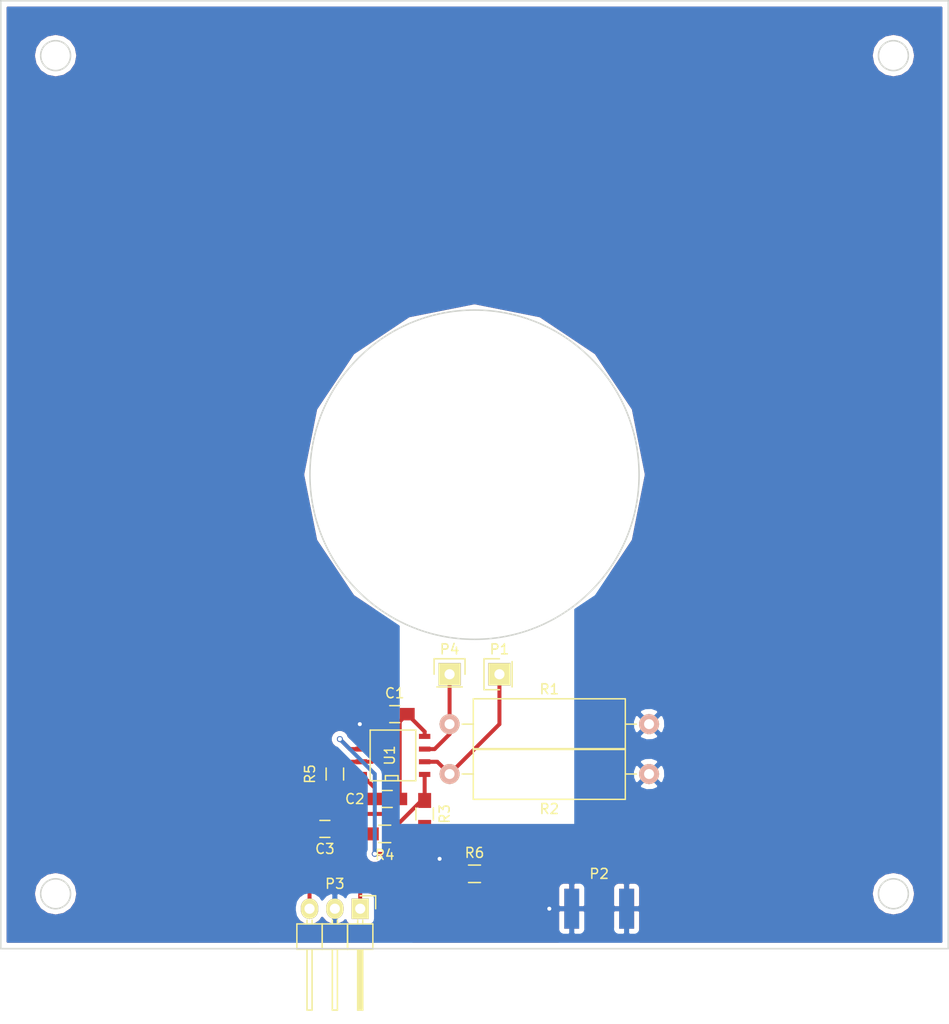
<source format=kicad_pcb>
(kicad_pcb (version 4) (host pcbnew 4.0.2-stable)

  (general
    (links 27)
    (no_connects 0)
    (area 52.424999 52.424999 147.575001 147.575001)
    (thickness 1.6)
    (drawings 13)
    (tracks 61)
    (zones 0)
    (modules 14)
    (nets 10)
  )

  (page A4)
  (layers
    (0 F.Cu signal)
    (31 B.Cu signal)
    (32 B.Adhes user)
    (33 F.Adhes user)
    (34 B.Paste user)
    (35 F.Paste user)
    (36 B.SilkS user)
    (37 F.SilkS user)
    (38 B.Mask user)
    (39 F.Mask user)
    (40 Dwgs.User user)
    (41 Cmts.User user)
    (42 Eco1.User user)
    (43 Eco2.User user)
    (44 Edge.Cuts user)
    (45 Margin user)
    (46 B.CrtYd user)
    (47 F.CrtYd user)
    (48 B.Fab user hide)
    (49 F.Fab user hide)
  )

  (setup
    (last_trace_width 0.25)
    (user_trace_width 0.25)
    (user_trace_width 0.4)
    (user_trace_width 0.5)
    (user_trace_width 0.75)
    (user_trace_width 1)
    (trace_clearance 0.4)
    (zone_clearance 0.508)
    (zone_45_only no)
    (trace_min 0.2)
    (segment_width 0.2)
    (edge_width 0.15)
    (via_size 0.6)
    (via_drill 0.4)
    (via_min_size 0.4)
    (via_min_drill 0.3)
    (uvia_size 0.3)
    (uvia_drill 0.1)
    (uvias_allowed no)
    (uvia_min_size 0.2)
    (uvia_min_drill 0.1)
    (pcb_text_width 0.3)
    (pcb_text_size 1.5 1.5)
    (mod_edge_width 0.15)
    (mod_text_size 1 1)
    (mod_text_width 0.15)
    (pad_size 1.524 1.524)
    (pad_drill 0.762)
    (pad_to_mask_clearance 0.2)
    (aux_axis_origin 0 0)
    (grid_origin 100 130)
    (visible_elements FFFFFF7F)
    (pcbplotparams
      (layerselection 0x00030_80000001)
      (usegerberextensions false)
      (excludeedgelayer true)
      (linewidth 0.100000)
      (plotframeref false)
      (viasonmask false)
      (mode 1)
      (useauxorigin false)
      (hpglpennumber 1)
      (hpglpenspeed 20)
      (hpglpendiameter 15)
      (hpglpenoverlay 2)
      (psnegative false)
      (psa4output false)
      (plotreference true)
      (plotvalue true)
      (plotinvisibletext false)
      (padsonsilk false)
      (subtractmaskfromsilk false)
      (outputformat 1)
      (mirror false)
      (drillshape 1)
      (scaleselection 1)
      (outputdirectory ""))
  )

  (net 0 "")
  (net 1 VDD)
  (net 2 VSS)
  (net 3 "Net-(C2-Pad1)")
  (net 4 "Net-(P1-Pad1)")
  (net 5 "Net-(P2-Pad1)")
  (net 6 GND)
  (net 7 "Net-(R3-Pad2)")
  (net 8 "Net-(P4-Pad1)")
  (net 9 "Net-(R4-Pad2)")

  (net_class Default "This is the default net class."
    (clearance 0.4)
    (trace_width 0.25)
    (via_dia 0.6)
    (via_drill 0.4)
    (uvia_dia 0.3)
    (uvia_drill 0.1)
    (add_net GND)
    (add_net "Net-(C2-Pad1)")
    (add_net "Net-(P1-Pad1)")
    (add_net "Net-(P2-Pad1)")
    (add_net "Net-(P4-Pad1)")
    (add_net "Net-(R3-Pad2)")
    (add_net "Net-(R4-Pad2)")
    (add_net VDD)
    (add_net VSS)
  )

  (module SMA:SMA-edge (layer F.Cu) (tedit 573F116B) (tstamp 573F14F6)
    (at 112.5 145.5 180)
    (path /573F0C4B)
    (fp_text reference P2 (at 0 5.5 180) (layer F.SilkS)
      (effects (font (size 1 1) (thickness 0.15)))
    )
    (fp_text value SMA (at 0 -10.5 180) (layer F.Fab)
      (effects (font (size 1 1) (thickness 0.15)))
    )
    (fp_line (start 2.75 -9.5) (end 2.75 -1.75) (layer F.CrtYd) (width 0.15))
    (fp_line (start -2.75 -9.5) (end 2.75 -9.5) (layer F.CrtYd) (width 0.15))
    (fp_line (start -2.75 -1.75) (end -2.75 -9.5) (layer F.CrtYd) (width 0.15))
    (fp_line (start -3 0) (end 3 0) (layer F.CrtYd) (width 0.15))
    (fp_line (start -3 -1.75) (end -3 0) (layer F.CrtYd) (width 0.15))
    (fp_line (start 3 -1.75) (end -3 -1.75) (layer F.CrtYd) (width 0.15))
    (fp_line (start 3 0) (end 3 -1.75) (layer F.CrtYd) (width 0.15))
    (fp_line (start 3 3.75) (end 3 0) (layer F.CrtYd) (width 0.15))
    (fp_line (start 2.5 3.75) (end 3 3.75) (layer F.CrtYd) (width 0.15))
    (fp_line (start 2.5 0) (end 2.5 3.75) (layer F.CrtYd) (width 0.15))
    (fp_line (start 0.25 0) (end 2.5 0) (layer F.CrtYd) (width 0.15))
    (fp_line (start 0.25 3.75) (end 0.25 0) (layer F.CrtYd) (width 0.15))
    (fp_line (start -0.25 3.75) (end 0.25 3.75) (layer F.CrtYd) (width 0.15))
    (fp_line (start -0.25 0) (end -0.25 3.75) (layer F.CrtYd) (width 0.15))
    (fp_line (start -2.5 0) (end -0.25 0) (layer F.CrtYd) (width 0.15))
    (fp_line (start -2.5 3.75) (end -2.5 0) (layer F.CrtYd) (width 0.15))
    (fp_line (start -3 3.75) (end -2.5 3.75) (layer F.CrtYd) (width 0.15))
    (fp_line (start -3 0) (end -3 3.75) (layer F.CrtYd) (width 0.15))
    (pad 1 smd rect (at 0 2 180) (size 1.4 4) (layers F.Cu F.Paste F.Mask)
      (net 5 "Net-(P2-Pad1)"))
    (pad 2 smd rect (at 2.75 2 180) (size 1.5 4) (layers F.Cu F.Paste F.Mask)
      (net 6 GND))
    (pad 2 smd rect (at -2.75 2 180) (size 1.5 4) (layers F.Cu F.Paste F.Mask)
      (net 6 GND))
    (pad 2 smd rect (at -2.75 2 180) (size 1.5 4) (layers B.Cu F.Paste F.Mask)
      (net 6 GND))
    (pad 2 smd rect (at 2.75 2 180) (size 1.5 4) (layers B.Cu F.Paste F.Mask)
      (net 6 GND))
  )

  (module Capacitors_SMD:C_0805_HandSoldering (layer F.Cu) (tedit 541A9B8D) (tstamp 573F14DB)
    (at 92 124)
    (descr "Capacitor SMD 0805, hand soldering")
    (tags "capacitor 0805")
    (path /573F072B)
    (attr smd)
    (fp_text reference C1 (at 0 -2.1) (layer F.SilkS)
      (effects (font (size 1 1) (thickness 0.15)))
    )
    (fp_text value 100n (at 0 2.1) (layer F.Fab)
      (effects (font (size 1 1) (thickness 0.15)))
    )
    (fp_line (start -2.3 -1) (end 2.3 -1) (layer F.CrtYd) (width 0.05))
    (fp_line (start -2.3 1) (end 2.3 1) (layer F.CrtYd) (width 0.05))
    (fp_line (start -2.3 -1) (end -2.3 1) (layer F.CrtYd) (width 0.05))
    (fp_line (start 2.3 -1) (end 2.3 1) (layer F.CrtYd) (width 0.05))
    (fp_line (start 0.5 -0.85) (end -0.5 -0.85) (layer F.SilkS) (width 0.15))
    (fp_line (start -0.5 0.85) (end 0.5 0.85) (layer F.SilkS) (width 0.15))
    (pad 1 smd rect (at -1.25 0) (size 1.5 1.25) (layers F.Cu F.Paste F.Mask)
      (net 1 VDD))
    (pad 2 smd rect (at 1.25 0) (size 1.5 1.25) (layers F.Cu F.Paste F.Mask)
      (net 2 VSS))
    (model Capacitors_SMD.3dshapes/C_0805_HandSoldering.wrl
      (at (xyz 0 0 0))
      (scale (xyz 1 1 1))
      (rotate (xyz 0 0 0))
    )
  )

  (module Capacitors_SMD:C_0805_HandSoldering (layer F.Cu) (tedit 541A9B8D) (tstamp 573F14E1)
    (at 91.25 132.5)
    (descr "Capacitor SMD 0805, hand soldering")
    (tags "capacitor 0805")
    (path /573F0589)
    (attr smd)
    (fp_text reference C2 (at -3.25 0) (layer F.SilkS)
      (effects (font (size 1 1) (thickness 0.15)))
    )
    (fp_text value 100n (at 0 2.1) (layer F.Fab)
      (effects (font (size 1 1) (thickness 0.15)))
    )
    (fp_line (start -2.3 -1) (end 2.3 -1) (layer F.CrtYd) (width 0.05))
    (fp_line (start -2.3 1) (end 2.3 1) (layer F.CrtYd) (width 0.05))
    (fp_line (start -2.3 -1) (end -2.3 1) (layer F.CrtYd) (width 0.05))
    (fp_line (start 2.3 -1) (end 2.3 1) (layer F.CrtYd) (width 0.05))
    (fp_line (start 0.5 -0.85) (end -0.5 -0.85) (layer F.SilkS) (width 0.15))
    (fp_line (start -0.5 0.85) (end 0.5 0.85) (layer F.SilkS) (width 0.15))
    (pad 1 smd rect (at -1.25 0) (size 1.5 1.25) (layers F.Cu F.Paste F.Mask)
      (net 3 "Net-(C2-Pad1)"))
    (pad 2 smd rect (at 1.25 0) (size 1.5 1.25) (layers F.Cu F.Paste F.Mask)
      (net 2 VSS))
    (model Capacitors_SMD.3dshapes/C_0805_HandSoldering.wrl
      (at (xyz 0 0 0))
      (scale (xyz 1 1 1))
      (rotate (xyz 0 0 0))
    )
  )

  (module Capacitors_SMD:C_0805_HandSoldering (layer F.Cu) (tedit 541A9B8D) (tstamp 573F14E7)
    (at 85 135.5)
    (descr "Capacitor SMD 0805, hand soldering")
    (tags "capacitor 0805")
    (path /573F14C7)
    (attr smd)
    (fp_text reference C3 (at 0 2) (layer F.SilkS)
      (effects (font (size 1 1) (thickness 0.15)))
    )
    (fp_text value 1u (at 0 2.1) (layer F.Fab)
      (effects (font (size 1 1) (thickness 0.15)))
    )
    (fp_line (start -2.3 -1) (end 2.3 -1) (layer F.CrtYd) (width 0.05))
    (fp_line (start -2.3 1) (end 2.3 1) (layer F.CrtYd) (width 0.05))
    (fp_line (start -2.3 -1) (end -2.3 1) (layer F.CrtYd) (width 0.05))
    (fp_line (start 2.3 -1) (end 2.3 1) (layer F.CrtYd) (width 0.05))
    (fp_line (start 0.5 -0.85) (end -0.5 -0.85) (layer F.SilkS) (width 0.15))
    (fp_line (start -0.5 0.85) (end 0.5 0.85) (layer F.SilkS) (width 0.15))
    (pad 1 smd rect (at -1.25 0) (size 1.5 1.25) (layers F.Cu F.Paste F.Mask)
      (net 1 VDD))
    (pad 2 smd rect (at 1.25 0) (size 1.5 1.25) (layers F.Cu F.Paste F.Mask)
      (net 2 VSS))
    (model Capacitors_SMD.3dshapes/C_0805_HandSoldering.wrl
      (at (xyz 0 0 0))
      (scale (xyz 1 1 1))
      (rotate (xyz 0 0 0))
    )
  )

  (module Pin_Headers:Pin_Header_Angled_1x03 (layer F.Cu) (tedit 0) (tstamp 573F14FD)
    (at 88.54 143.5 270)
    (descr "Through hole pin header")
    (tags "pin header")
    (path /573F0CDE)
    (fp_text reference P3 (at -2.5 2.54 360) (layer F.SilkS)
      (effects (font (size 1 1) (thickness 0.15)))
    )
    (fp_text value CONN_01X03 (at 0 -3.1 270) (layer F.Fab)
      (effects (font (size 1 1) (thickness 0.15)))
    )
    (fp_line (start -1.5 -1.75) (end -1.5 6.85) (layer F.CrtYd) (width 0.05))
    (fp_line (start 10.65 -1.75) (end 10.65 6.85) (layer F.CrtYd) (width 0.05))
    (fp_line (start -1.5 -1.75) (end 10.65 -1.75) (layer F.CrtYd) (width 0.05))
    (fp_line (start -1.5 6.85) (end 10.65 6.85) (layer F.CrtYd) (width 0.05))
    (fp_line (start -1.3 -1.55) (end -1.3 0) (layer F.SilkS) (width 0.15))
    (fp_line (start 0 -1.55) (end -1.3 -1.55) (layer F.SilkS) (width 0.15))
    (fp_line (start 4.191 -0.127) (end 10.033 -0.127) (layer F.SilkS) (width 0.15))
    (fp_line (start 10.033 -0.127) (end 10.033 0.127) (layer F.SilkS) (width 0.15))
    (fp_line (start 10.033 0.127) (end 4.191 0.127) (layer F.SilkS) (width 0.15))
    (fp_line (start 4.191 0.127) (end 4.191 0) (layer F.SilkS) (width 0.15))
    (fp_line (start 4.191 0) (end 10.033 0) (layer F.SilkS) (width 0.15))
    (fp_line (start 1.524 -0.254) (end 1.143 -0.254) (layer F.SilkS) (width 0.15))
    (fp_line (start 1.524 0.254) (end 1.143 0.254) (layer F.SilkS) (width 0.15))
    (fp_line (start 1.524 2.286) (end 1.143 2.286) (layer F.SilkS) (width 0.15))
    (fp_line (start 1.524 2.794) (end 1.143 2.794) (layer F.SilkS) (width 0.15))
    (fp_line (start 1.524 4.826) (end 1.143 4.826) (layer F.SilkS) (width 0.15))
    (fp_line (start 1.524 5.334) (end 1.143 5.334) (layer F.SilkS) (width 0.15))
    (fp_line (start 4.064 1.27) (end 4.064 -1.27) (layer F.SilkS) (width 0.15))
    (fp_line (start 10.16 0.254) (end 4.064 0.254) (layer F.SilkS) (width 0.15))
    (fp_line (start 10.16 -0.254) (end 10.16 0.254) (layer F.SilkS) (width 0.15))
    (fp_line (start 4.064 -0.254) (end 10.16 -0.254) (layer F.SilkS) (width 0.15))
    (fp_line (start 1.524 1.27) (end 4.064 1.27) (layer F.SilkS) (width 0.15))
    (fp_line (start 1.524 -1.27) (end 1.524 1.27) (layer F.SilkS) (width 0.15))
    (fp_line (start 1.524 -1.27) (end 4.064 -1.27) (layer F.SilkS) (width 0.15))
    (fp_line (start 1.524 3.81) (end 4.064 3.81) (layer F.SilkS) (width 0.15))
    (fp_line (start 1.524 3.81) (end 1.524 6.35) (layer F.SilkS) (width 0.15))
    (fp_line (start 4.064 4.826) (end 10.16 4.826) (layer F.SilkS) (width 0.15))
    (fp_line (start 10.16 4.826) (end 10.16 5.334) (layer F.SilkS) (width 0.15))
    (fp_line (start 10.16 5.334) (end 4.064 5.334) (layer F.SilkS) (width 0.15))
    (fp_line (start 4.064 6.35) (end 4.064 3.81) (layer F.SilkS) (width 0.15))
    (fp_line (start 4.064 3.81) (end 4.064 1.27) (layer F.SilkS) (width 0.15))
    (fp_line (start 10.16 2.794) (end 4.064 2.794) (layer F.SilkS) (width 0.15))
    (fp_line (start 10.16 2.286) (end 10.16 2.794) (layer F.SilkS) (width 0.15))
    (fp_line (start 4.064 2.286) (end 10.16 2.286) (layer F.SilkS) (width 0.15))
    (fp_line (start 1.524 3.81) (end 4.064 3.81) (layer F.SilkS) (width 0.15))
    (fp_line (start 1.524 1.27) (end 1.524 3.81) (layer F.SilkS) (width 0.15))
    (fp_line (start 1.524 1.27) (end 4.064 1.27) (layer F.SilkS) (width 0.15))
    (fp_line (start 1.524 6.35) (end 4.064 6.35) (layer F.SilkS) (width 0.15))
    (pad 1 thru_hole rect (at 0 0 270) (size 2.032 1.7272) (drill 1.016) (layers *.Cu *.Mask F.SilkS)
      (net 2 VSS))
    (pad 2 thru_hole oval (at 0 2.54 270) (size 2.032 1.7272) (drill 1.016) (layers *.Cu *.Mask F.SilkS)
      (net 6 GND))
    (pad 3 thru_hole oval (at 0 5.08 270) (size 2.032 1.7272) (drill 1.016) (layers *.Cu *.Mask F.SilkS)
      (net 1 VDD))
    (model Pin_Headers.3dshapes/Pin_Header_Angled_1x03.wrl
      (at (xyz 0 -0.1 0))
      (scale (xyz 1 1 1))
      (rotate (xyz 0 0 90))
    )
  )

  (module Resistors_ThroughHole:Resistor_Horizontal_RM20mm (layer F.Cu) (tedit 569FCECB) (tstamp 573F1503)
    (at 117.5 125 180)
    (descr "Resistor, Axial, RM 20mm,")
    (tags "Resistor Axial RM 20mm")
    (path /573F02E7)
    (fp_text reference R1 (at 10 3.5 180) (layer F.SilkS)
      (effects (font (size 1 1) (thickness 0.15)))
    )
    (fp_text value 100M (at 10 5.00126 180) (layer F.Fab)
      (effects (font (size 1 1) (thickness 0.15)))
    )
    (fp_line (start -1.25 2.8) (end -1.25 -2.8) (layer F.CrtYd) (width 0.05))
    (fp_line (start -1.25 -2.8) (end 21.25 -2.8) (layer F.CrtYd) (width 0.05))
    (fp_line (start 21.25 -2.8) (end 21.25 2.8) (layer F.CrtYd) (width 0.05))
    (fp_line (start 21.25 2.8) (end -1.25 2.8) (layer F.CrtYd) (width 0.05))
    (fp_line (start 2.38 -2.54) (end 2.38 2.54) (layer F.SilkS) (width 0.15))
    (fp_line (start 2.38 2.54) (end 17.62 2.54) (layer F.SilkS) (width 0.15))
    (fp_line (start 17.62 2.54) (end 17.62 0) (layer F.SilkS) (width 0.15))
    (fp_line (start 17.62 0) (end 17.62 -2.54) (layer F.SilkS) (width 0.15))
    (fp_line (start 17.62 -2.54) (end 2.38 -2.54) (layer F.SilkS) (width 0.15))
    (fp_line (start 18.73 0) (end 17.62 0) (layer F.SilkS) (width 0.15))
    (fp_line (start 1.27 0) (end 2.38 0) (layer F.SilkS) (width 0.15))
    (pad 1 thru_hole circle (at 0 0 180) (size 1.99898 1.99898) (drill 1.00076) (layers *.Cu *.SilkS *.Mask)
      (net 6 GND))
    (pad 2 thru_hole circle (at 20 0 180) (size 1.99898 1.99898) (drill 1.00076) (layers *.Cu *.SilkS *.Mask)
      (net 8 "Net-(P4-Pad1)"))
    (model Resistors_ThroughHole.3dshapes/Resistor_Horizontal_RM20mm.wrl
      (at (xyz 0.395 0 0))
      (scale (xyz 0.395 0.4 0.4))
      (rotate (xyz 0 0 0))
    )
  )

  (module Resistors_ThroughHole:Resistor_Horizontal_RM20mm (layer F.Cu) (tedit 569FCECB) (tstamp 573F1509)
    (at 117.5 130 180)
    (descr "Resistor, Axial, RM 20mm,")
    (tags "Resistor Axial RM 20mm")
    (path /573F0365)
    (fp_text reference R2 (at 10 -3.5 180) (layer F.SilkS)
      (effects (font (size 1 1) (thickness 0.15)))
    )
    (fp_text value 100M (at 10 5.00126 180) (layer F.Fab)
      (effects (font (size 1 1) (thickness 0.15)))
    )
    (fp_line (start -1.25 2.8) (end -1.25 -2.8) (layer F.CrtYd) (width 0.05))
    (fp_line (start -1.25 -2.8) (end 21.25 -2.8) (layer F.CrtYd) (width 0.05))
    (fp_line (start 21.25 -2.8) (end 21.25 2.8) (layer F.CrtYd) (width 0.05))
    (fp_line (start 21.25 2.8) (end -1.25 2.8) (layer F.CrtYd) (width 0.05))
    (fp_line (start 2.38 -2.54) (end 2.38 2.54) (layer F.SilkS) (width 0.15))
    (fp_line (start 2.38 2.54) (end 17.62 2.54) (layer F.SilkS) (width 0.15))
    (fp_line (start 17.62 2.54) (end 17.62 0) (layer F.SilkS) (width 0.15))
    (fp_line (start 17.62 0) (end 17.62 -2.54) (layer F.SilkS) (width 0.15))
    (fp_line (start 17.62 -2.54) (end 2.38 -2.54) (layer F.SilkS) (width 0.15))
    (fp_line (start 18.73 0) (end 17.62 0) (layer F.SilkS) (width 0.15))
    (fp_line (start 1.27 0) (end 2.38 0) (layer F.SilkS) (width 0.15))
    (pad 1 thru_hole circle (at 0 0 180) (size 1.99898 1.99898) (drill 1.00076) (layers *.Cu *.SilkS *.Mask)
      (net 6 GND))
    (pad 2 thru_hole circle (at 20 0 180) (size 1.99898 1.99898) (drill 1.00076) (layers *.Cu *.SilkS *.Mask)
      (net 4 "Net-(P1-Pad1)"))
    (model Resistors_ThroughHole.3dshapes/Resistor_Horizontal_RM20mm.wrl
      (at (xyz 0.395 0 0))
      (scale (xyz 0.395 0.4 0.4))
      (rotate (xyz 0 0 0))
    )
  )

  (module Resistors_SMD:R_0805_HandSoldering (layer F.Cu) (tedit 54189DEE) (tstamp 573F150F)
    (at 95 134 90)
    (descr "Resistor SMD 0805, hand soldering")
    (tags "resistor 0805")
    (path /573F0A05)
    (attr smd)
    (fp_text reference R3 (at 0 2 90) (layer F.SilkS)
      (effects (font (size 1 1) (thickness 0.15)))
    )
    (fp_text value 1k (at 0 2.1 90) (layer F.Fab)
      (effects (font (size 1 1) (thickness 0.15)))
    )
    (fp_line (start -2.4 -1) (end 2.4 -1) (layer F.CrtYd) (width 0.05))
    (fp_line (start -2.4 1) (end 2.4 1) (layer F.CrtYd) (width 0.05))
    (fp_line (start -2.4 -1) (end -2.4 1) (layer F.CrtYd) (width 0.05))
    (fp_line (start 2.4 -1) (end 2.4 1) (layer F.CrtYd) (width 0.05))
    (fp_line (start 0.6 0.875) (end -0.6 0.875) (layer F.SilkS) (width 0.15))
    (fp_line (start -0.6 -0.875) (end 0.6 -0.875) (layer F.SilkS) (width 0.15))
    (pad 1 smd rect (at -1.35 0 90) (size 1.5 1.3) (layers F.Cu F.Paste F.Mask)
      (net 6 GND))
    (pad 2 smd rect (at 1.35 0 90) (size 1.5 1.3) (layers F.Cu F.Paste F.Mask)
      (net 7 "Net-(R3-Pad2)"))
    (model Resistors_SMD.3dshapes/R_0805_HandSoldering.wrl
      (at (xyz 0 0 0))
      (scale (xyz 1 1 1))
      (rotate (xyz 0 0 0))
    )
  )

  (module Resistors_SMD:R_0805_HandSoldering (layer F.Cu) (tedit 54189DEE) (tstamp 573F1515)
    (at 91 136 180)
    (descr "Resistor SMD 0805, hand soldering")
    (tags "resistor 0805")
    (path /573F0A79)
    (attr smd)
    (fp_text reference R4 (at 0 -2.1 180) (layer F.SilkS)
      (effects (font (size 1 1) (thickness 0.15)))
    )
    (fp_text value 100k (at 0 2.1 180) (layer F.Fab)
      (effects (font (size 1 1) (thickness 0.15)))
    )
    (fp_line (start -2.4 -1) (end 2.4 -1) (layer F.CrtYd) (width 0.05))
    (fp_line (start -2.4 1) (end 2.4 1) (layer F.CrtYd) (width 0.05))
    (fp_line (start -2.4 -1) (end -2.4 1) (layer F.CrtYd) (width 0.05))
    (fp_line (start 2.4 -1) (end 2.4 1) (layer F.CrtYd) (width 0.05))
    (fp_line (start 0.6 0.875) (end -0.6 0.875) (layer F.SilkS) (width 0.15))
    (fp_line (start -0.6 -0.875) (end 0.6 -0.875) (layer F.SilkS) (width 0.15))
    (pad 1 smd rect (at -1.35 0 180) (size 1.5 1.3) (layers F.Cu F.Paste F.Mask)
      (net 7 "Net-(R3-Pad2)"))
    (pad 2 smd rect (at 1.35 0 180) (size 1.5 1.3) (layers F.Cu F.Paste F.Mask)
      (net 9 "Net-(R4-Pad2)"))
    (model Resistors_SMD.3dshapes/R_0805_HandSoldering.wrl
      (at (xyz 0 0 0))
      (scale (xyz 1 1 1))
      (rotate (xyz 0 0 0))
    )
  )

  (module Resistors_SMD:R_0805_HandSoldering (layer F.Cu) (tedit 54189DEE) (tstamp 573F151B)
    (at 86 130 270)
    (descr "Resistor SMD 0805, hand soldering")
    (tags "resistor 0805")
    (path /573F0522)
    (attr smd)
    (fp_text reference R5 (at 0 2.5 270) (layer F.SilkS)
      (effects (font (size 1 1) (thickness 0.15)))
    )
    (fp_text value 100k (at 0 2.1 270) (layer F.Fab)
      (effects (font (size 1 1) (thickness 0.15)))
    )
    (fp_line (start -2.4 -1) (end 2.4 -1) (layer F.CrtYd) (width 0.05))
    (fp_line (start -2.4 1) (end 2.4 1) (layer F.CrtYd) (width 0.05))
    (fp_line (start -2.4 -1) (end -2.4 1) (layer F.CrtYd) (width 0.05))
    (fp_line (start 2.4 -1) (end 2.4 1) (layer F.CrtYd) (width 0.05))
    (fp_line (start 0.6 0.875) (end -0.6 0.875) (layer F.SilkS) (width 0.15))
    (fp_line (start -0.6 -0.875) (end 0.6 -0.875) (layer F.SilkS) (width 0.15))
    (pad 1 smd rect (at -1.35 0 270) (size 1.5 1.3) (layers F.Cu F.Paste F.Mask)
      (net 1 VDD))
    (pad 2 smd rect (at 1.35 0 270) (size 1.5 1.3) (layers F.Cu F.Paste F.Mask)
      (net 3 "Net-(C2-Pad1)"))
    (model Resistors_SMD.3dshapes/R_0805_HandSoldering.wrl
      (at (xyz 0 0 0))
      (scale (xyz 1 1 1))
      (rotate (xyz 0 0 0))
    )
  )

  (module SMD_Packages:SOIC-8-N (layer F.Cu) (tedit 0) (tstamp 573F1527)
    (at 91.825 128.135 90)
    (descr "Module Narrow CMS SOJ 8 pins large")
    (tags "CMS SOJ")
    (path /573F01B3)
    (attr smd)
    (fp_text reference U1 (at 0 -0.325 90) (layer F.SilkS)
      (effects (font (size 1 1) (thickness 0.15)))
    )
    (fp_text value MCP6N11 (at 0 1.27 90) (layer F.Fab)
      (effects (font (size 1 1) (thickness 0.15)))
    )
    (fp_line (start -2.54 -2.286) (end 2.54 -2.286) (layer F.SilkS) (width 0.15))
    (fp_line (start 2.54 -2.286) (end 2.54 2.286) (layer F.SilkS) (width 0.15))
    (fp_line (start 2.54 2.286) (end -2.54 2.286) (layer F.SilkS) (width 0.15))
    (fp_line (start -2.54 2.286) (end -2.54 -2.286) (layer F.SilkS) (width 0.15))
    (fp_line (start -2.54 -0.762) (end -2.032 -0.762) (layer F.SilkS) (width 0.15))
    (fp_line (start -2.032 -0.762) (end -2.032 0.508) (layer F.SilkS) (width 0.15))
    (fp_line (start -2.032 0.508) (end -2.54 0.508) (layer F.SilkS) (width 0.15))
    (pad 8 smd rect (at -1.905 -3.175 90) (size 0.508 1.143) (layers F.Cu F.Paste F.Mask)
      (net 3 "Net-(C2-Pad1)"))
    (pad 7 smd rect (at -0.635 -3.175 90) (size 0.508 1.143) (layers F.Cu F.Paste F.Mask)
      (net 1 VDD))
    (pad 6 smd rect (at 0.635 -3.175 90) (size 0.508 1.143) (layers F.Cu F.Paste F.Mask)
      (net 9 "Net-(R4-Pad2)"))
    (pad 5 smd rect (at 1.905 -3.175 90) (size 0.508 1.143) (layers F.Cu F.Paste F.Mask)
      (net 6 GND))
    (pad 4 smd rect (at 1.905 3.175 90) (size 0.508 1.143) (layers F.Cu F.Paste F.Mask)
      (net 2 VSS))
    (pad 3 smd rect (at 0.635 3.175 90) (size 0.508 1.143) (layers F.Cu F.Paste F.Mask)
      (net 8 "Net-(P4-Pad1)"))
    (pad 2 smd rect (at -0.635 3.175 90) (size 0.508 1.143) (layers F.Cu F.Paste F.Mask)
      (net 4 "Net-(P1-Pad1)"))
    (pad 1 smd rect (at -1.905 3.175 90) (size 0.508 1.143) (layers F.Cu F.Paste F.Mask)
      (net 7 "Net-(R3-Pad2)"))
    (model SMD_Packages.3dshapes/SOIC-8-N.wrl
      (at (xyz 0 0 0))
      (scale (xyz 0.5 0.38 0.5))
      (rotate (xyz 0 0 0))
    )
  )

  (module Pin_Headers:Pin_Header_Straight_1x01 (layer F.Cu) (tedit 54EA08DC) (tstamp 573F1EEC)
    (at 102.5 120 90)
    (descr "Through hole pin header")
    (tags "pin header")
    (path /573F26A7)
    (fp_text reference P1 (at 2.5 0 180) (layer F.SilkS)
      (effects (font (size 1 1) (thickness 0.15)))
    )
    (fp_text value CONN_01X01 (at 0 -3.1 90) (layer F.Fab)
      (effects (font (size 1 1) (thickness 0.15)))
    )
    (fp_line (start 1.55 -1.55) (end 1.55 0) (layer F.SilkS) (width 0.15))
    (fp_line (start -1.75 -1.75) (end -1.75 1.75) (layer F.CrtYd) (width 0.05))
    (fp_line (start 1.75 -1.75) (end 1.75 1.75) (layer F.CrtYd) (width 0.05))
    (fp_line (start -1.75 -1.75) (end 1.75 -1.75) (layer F.CrtYd) (width 0.05))
    (fp_line (start -1.75 1.75) (end 1.75 1.75) (layer F.CrtYd) (width 0.05))
    (fp_line (start -1.55 0) (end -1.55 -1.55) (layer F.SilkS) (width 0.15))
    (fp_line (start -1.55 -1.55) (end 1.55 -1.55) (layer F.SilkS) (width 0.15))
    (fp_line (start -1.27 1.27) (end 1.27 1.27) (layer F.SilkS) (width 0.15))
    (pad 1 thru_hole rect (at 0 0 90) (size 2.2352 2.2352) (drill 1.016) (layers *.Cu *.Mask F.SilkS)
      (net 4 "Net-(P1-Pad1)"))
    (model Pin_Headers.3dshapes/Pin_Header_Straight_1x01.wrl
      (at (xyz 0 0 0))
      (scale (xyz 1 1 1))
      (rotate (xyz 0 0 90))
    )
  )

  (module Pin_Headers:Pin_Header_Straight_1x01 (layer F.Cu) (tedit 54EA08DC) (tstamp 573F1EF4)
    (at 97.5 120)
    (descr "Through hole pin header")
    (tags "pin header")
    (path /573F26E8)
    (fp_text reference P4 (at 0 -2.5) (layer F.SilkS)
      (effects (font (size 1 1) (thickness 0.15)))
    )
    (fp_text value CONN_01X01 (at 0 -3.1) (layer F.Fab)
      (effects (font (size 1 1) (thickness 0.15)))
    )
    (fp_line (start 1.55 -1.55) (end 1.55 0) (layer F.SilkS) (width 0.15))
    (fp_line (start -1.75 -1.75) (end -1.75 1.75) (layer F.CrtYd) (width 0.05))
    (fp_line (start 1.75 -1.75) (end 1.75 1.75) (layer F.CrtYd) (width 0.05))
    (fp_line (start -1.75 -1.75) (end 1.75 -1.75) (layer F.CrtYd) (width 0.05))
    (fp_line (start -1.75 1.75) (end 1.75 1.75) (layer F.CrtYd) (width 0.05))
    (fp_line (start -1.55 0) (end -1.55 -1.55) (layer F.SilkS) (width 0.15))
    (fp_line (start -1.55 -1.55) (end 1.55 -1.55) (layer F.SilkS) (width 0.15))
    (fp_line (start -1.27 1.27) (end 1.27 1.27) (layer F.SilkS) (width 0.15))
    (pad 1 thru_hole rect (at 0 0) (size 2.2352 2.2352) (drill 1.016) (layers *.Cu *.Mask F.SilkS)
      (net 8 "Net-(P4-Pad1)"))
    (model Pin_Headers.3dshapes/Pin_Header_Straight_1x01.wrl
      (at (xyz 0 0 0))
      (scale (xyz 1 1 1))
      (rotate (xyz 0 0 90))
    )
  )

  (module Resistors_SMD:R_0805_HandSoldering (layer F.Cu) (tedit 54189DEE) (tstamp 573F2A0A)
    (at 100 140)
    (descr "Resistor SMD 0805, hand soldering")
    (tags "resistor 0805")
    (path /573F2B11)
    (attr smd)
    (fp_text reference R6 (at 0 -2.1) (layer F.SilkS)
      (effects (font (size 1 1) (thickness 0.15)))
    )
    (fp_text value 1k (at 0 2.1) (layer F.Fab)
      (effects (font (size 1 1) (thickness 0.15)))
    )
    (fp_line (start -2.4 -1) (end 2.4 -1) (layer F.CrtYd) (width 0.05))
    (fp_line (start -2.4 1) (end 2.4 1) (layer F.CrtYd) (width 0.05))
    (fp_line (start -2.4 -1) (end -2.4 1) (layer F.CrtYd) (width 0.05))
    (fp_line (start 2.4 -1) (end 2.4 1) (layer F.CrtYd) (width 0.05))
    (fp_line (start 0.6 0.875) (end -0.6 0.875) (layer F.SilkS) (width 0.15))
    (fp_line (start -0.6 -0.875) (end 0.6 -0.875) (layer F.SilkS) (width 0.15))
    (pad 1 smd rect (at -1.35 0) (size 1.5 1.3) (layers F.Cu F.Paste F.Mask)
      (net 9 "Net-(R4-Pad2)"))
    (pad 2 smd rect (at 1.35 0) (size 1.5 1.3) (layers F.Cu F.Paste F.Mask)
      (net 5 "Net-(P2-Pad1)"))
    (model Resistors_SMD.3dshapes/R_0805_HandSoldering.wrl
      (at (xyz 0 0 0))
      (scale (xyz 1 1 1))
      (rotate (xyz 0 0 0))
    )
  )

  (gr_text GND (at 86 139.5 90) (layer F.Cu)
    (effects (font (size 1.5 1.5) (thickness 0.3)))
  )
  (gr_text +2.5V (at 80.5 143.5 90) (layer F.Cu)
    (effects (font (size 1.5 1.5) (thickness 0.3)))
  )
  (gr_text -2.5V (at 92 143.5 90) (layer F.Cu)
    (effects (font (size 1.5 1.5) (thickness 0.3)))
  )
  (gr_text "Field mill amplifier board\nv1 2016-05-20\nby Tomas Härdin" (at 100 58) (layer F.Cu)
    (effects (font (size 1.5 1.5) (thickness 0.3)))
  )
  (gr_circle (center 58 58) (end 59.5 58) (layer Edge.Cuts) (width 0.15))
  (gr_circle (center 58 142) (end 56.5 142) (layer Edge.Cuts) (width 0.15))
  (gr_circle (center 142 142) (end 143.5 142) (layer Edge.Cuts) (width 0.15))
  (gr_circle (center 142 58) (end 143.5 58) (layer Edge.Cuts) (width 0.15))
  (gr_circle (center 100 100) (end 116.5 100) (layer Edge.Cuts) (width 0.15))
  (gr_line (start 52.5 147.5) (end 52.5 52.5) (layer Edge.Cuts) (width 0.15))
  (gr_line (start 147.5 147.5) (end 52.5 147.5) (layer Edge.Cuts) (width 0.15))
  (gr_line (start 147.5 52.5) (end 147.5 147.5) (layer Edge.Cuts) (width 0.15))
  (gr_line (start 52.5 52.5) (end 147.5 52.5) (layer Edge.Cuts) (width 0.15))

  (segment (start 88.65 128.77) (end 86.12 128.77) (width 0.4) (layer F.Cu) (net 1))
  (segment (start 90.75 127.75) (end 89.73 128.77) (width 0.4) (layer F.Cu) (net 1))
  (segment (start 89.73 128.77) (end 88.65 128.77) (width 0.4) (layer F.Cu) (net 1))
  (segment (start 90.75 124) (end 90.75 127.75) (width 0.4) (layer F.Cu) (net 1))
  (segment (start 83.75 135.5) (end 83.75 129.85) (width 0.4) (layer F.Cu) (net 1))
  (segment (start 83.75 129.85) (end 84.95 128.65) (width 0.4) (layer F.Cu) (net 1))
  (segment (start 84.95 128.65) (end 86 128.65) (width 0.4) (layer F.Cu) (net 1))
  (segment (start 83.46 143.5) (end 83.46 135.79) (width 0.4) (layer F.Cu) (net 1))
  (segment (start 83.46 135.79) (end 83.75 135.5) (width 0.4) (layer F.Cu) (net 1))
  (segment (start 86.12 128.77) (end 86 128.65) (width 0.4) (layer F.Cu) (net 1))
  (segment (start 92.5 132.5) (end 92.375 132.5) (width 0.4) (layer F.Cu) (net 2))
  (segment (start 92.375 132.5) (end 90.875 134) (width 0.4) (layer F.Cu) (net 2))
  (segment (start 90.875 134) (end 88.9 134) (width 0.4) (layer F.Cu) (net 2))
  (segment (start 88.9 134) (end 87.4 135.5) (width 0.4) (layer F.Cu) (net 2))
  (segment (start 87.4 135.5) (end 86.25 135.5) (width 0.4) (layer F.Cu) (net 2))
  (segment (start 88.54 143.5) (end 88.54 137.665) (width 0.4) (layer F.Cu) (net 2))
  (segment (start 88.54 137.665) (end 86.375 135.5) (width 0.4) (layer F.Cu) (net 2))
  (segment (start 86.375 135.5) (end 86.25 135.5) (width 0.4) (layer F.Cu) (net 2))
  (segment (start 95 126.23) (end 95 125.75) (width 0.4) (layer F.Cu) (net 2))
  (segment (start 95 125.75) (end 93.25 124) (width 0.4) (layer F.Cu) (net 2))
  (segment (start 92.5 132.5) (end 92.5 124.75) (width 0.4) (layer F.Cu) (net 2))
  (segment (start 92.5 124.75) (end 93.25 124) (width 0.4) (layer F.Cu) (net 2))
  (segment (start 90 132.5) (end 90 131.39) (width 0.4) (layer F.Cu) (net 3))
  (segment (start 90 131.39) (end 88.65 130.04) (width 0.4) (layer F.Cu) (net 3))
  (segment (start 88.65 130.04) (end 87.31 130.04) (width 0.4) (layer F.Cu) (net 3))
  (segment (start 87.31 130.04) (end 86 131.35) (width 0.4) (layer F.Cu) (net 3))
  (segment (start 97.5 130) (end 102.5 125) (width 0.4) (layer F.Cu) (net 4))
  (segment (start 102.5 125) (end 102.5 120) (width 0.4) (layer F.Cu) (net 4))
  (segment (start 95 128.77) (end 96.27 128.77) (width 0.4) (layer F.Cu) (net 4))
  (segment (start 96.27 128.77) (end 97.5 130) (width 0.4) (layer F.Cu) (net 4))
  (segment (start 101.35 140) (end 110.3 140) (width 0.4) (layer F.Cu) (net 5))
  (segment (start 110.3 140) (end 112.5 142.2) (width 0.4) (layer F.Cu) (net 5))
  (segment (start 112.5 142.2) (end 112.5 143.5) (width 0.4) (layer F.Cu) (net 5))
  (segment (start 109.75 143.5) (end 107.5 143.5) (width 0.4) (layer F.Cu) (net 6))
  (via (at 107.5 143.5) (size 0.6) (drill 0.4) (layers F.Cu B.Cu) (net 6))
  (segment (start 88.65 126.23) (end 88.65 125.15) (width 0.4) (layer F.Cu) (net 6))
  (segment (start 88.65 125.15) (end 88.5 125) (width 0.4) (layer F.Cu) (net 6))
  (via (at 88.5 125) (size 0.6) (drill 0.4) (layers F.Cu B.Cu) (net 6))
  (segment (start 95 135.35) (end 95 137) (width 0.4) (layer F.Cu) (net 6))
  (segment (start 95 137) (end 96.5 138.5) (width 0.4) (layer F.Cu) (net 6))
  (via (at 96.5 138.5) (size 0.6) (drill 0.4) (layers F.Cu B.Cu) (net 6))
  (segment (start 92.35 135) (end 92.35 136) (width 0.4) (layer F.Cu) (net 7))
  (segment (start 95 132.65) (end 94.7 132.65) (width 0.4) (layer F.Cu) (net 7))
  (segment (start 94.7 132.65) (end 92.35 135) (width 0.4) (layer F.Cu) (net 7))
  (segment (start 95 130.04) (end 95 132.65) (width 0.4) (layer F.Cu) (net 7))
  (segment (start 97.5 125) (end 97.5 120) (width 0.4) (layer F.Cu) (net 8))
  (segment (start 97.5 126) (end 97.5 125) (width 0.4) (layer F.Cu) (net 8))
  (segment (start 96 127.5) (end 97.5 126) (width 0.4) (layer F.Cu) (net 8))
  (segment (start 95 127.5) (end 96 127.5) (width 0.4) (layer F.Cu) (net 8))
  (segment (start 98.65 140) (end 96 140) (width 0.4) (layer F.Cu) (net 9))
  (segment (start 90 138) (end 94 138) (width 0.4) (layer F.Cu) (net 9))
  (segment (start 94 138) (end 96 140) (width 0.4) (layer F.Cu) (net 9))
  (segment (start 90 138) (end 90 136.35) (width 0.4) (layer F.Cu) (net 9))
  (segment (start 90 136.35) (end 89.65 136) (width 0.4) (layer F.Cu) (net 9))
  (segment (start 86.5 126.5) (end 90 130) (width 0.4) (layer B.Cu) (net 9))
  (segment (start 90 130) (end 90 138) (width 0.4) (layer B.Cu) (net 9))
  (via (at 90 138) (size 0.6) (drill 0.4) (layers F.Cu B.Cu) (net 9))
  (segment (start 88.65 127.5) (end 87.5 127.5) (width 0.4) (layer F.Cu) (net 9))
  (segment (start 87.5 127.5) (end 86.5 126.5) (width 0.4) (layer F.Cu) (net 9))
  (via (at 86.5 126.5) (size 0.6) (drill 0.4) (layers F.Cu B.Cu) (net 9))
  (segment (start 89.75 136) (end 89.65 136) (width 0.4) (layer F.Cu) (net 9))

  (zone (net 6) (net_name GND) (layer B.Cu) (tstamp 0) (hatch edge 0.508)
    (connect_pads (clearance 0.508))
    (min_thickness 0.254)
    (fill yes (arc_segments 16) (thermal_gap 0.508) (thermal_bridge_width 0.508))
    (polygon
      (pts
        (xy 52.5 52.5) (xy 147.5 52.5) (xy 147.5 147.5) (xy 52.5 147.5)
      )
    )
    (filled_polygon
      (pts
        (xy 146.79 146.79) (xy 53.21 146.79) (xy 53.21 142) (xy 55.79 142) (xy 55.958226 142.84573)
        (xy 56.437294 143.562706) (xy 57.15427 144.041774) (xy 58 144.21) (xy 58.84573 144.041774) (xy 59.562706 143.562706)
        (xy 59.728047 143.315255) (xy 81.9614 143.315255) (xy 81.9614 143.684745) (xy 82.075474 144.258234) (xy 82.40033 144.744415)
        (xy 82.886511 145.069271) (xy 83.46 145.183345) (xy 84.033489 145.069271) (xy 84.51967 144.744415) (xy 84.726461 144.434931)
        (xy 85.097964 144.850732) (xy 85.625209 145.104709) (xy 85.640974 145.107358) (xy 85.873 144.986217) (xy 85.873 143.627)
        (xy 85.853 143.627) (xy 85.853 143.373) (xy 85.873 143.373) (xy 85.873 142.013783) (xy 86.127 142.013783)
        (xy 86.127 143.373) (xy 86.147 143.373) (xy 86.147 143.627) (xy 86.127 143.627) (xy 86.127 144.986217)
        (xy 86.359026 145.107358) (xy 86.374791 145.104709) (xy 86.902036 144.850732) (xy 87.058907 144.675155) (xy 87.073238 144.751317)
        (xy 87.21231 144.967441) (xy 87.42451 145.112431) (xy 87.6764 145.16344) (xy 89.4036 145.16344) (xy 89.638917 145.119162)
        (xy 89.855041 144.98009) (xy 90.000031 144.76789) (xy 90.05104 144.516) (xy 90.05104 143.78575) (xy 108.365 143.78575)
        (xy 108.365 145.62631) (xy 108.461673 145.859699) (xy 108.640302 146.038327) (xy 108.873691 146.135) (xy 109.46425 146.135)
        (xy 109.623 145.97625) (xy 109.623 143.627) (xy 109.877 143.627) (xy 109.877 145.97625) (xy 110.03575 146.135)
        (xy 110.626309 146.135) (xy 110.859698 146.038327) (xy 111.038327 145.859699) (xy 111.135 145.62631) (xy 111.135 143.78575)
        (xy 113.865 143.78575) (xy 113.865 145.62631) (xy 113.961673 145.859699) (xy 114.140302 146.038327) (xy 114.373691 146.135)
        (xy 114.96425 146.135) (xy 115.123 145.97625) (xy 115.123 143.627) (xy 115.377 143.627) (xy 115.377 145.97625)
        (xy 115.53575 146.135) (xy 116.126309 146.135) (xy 116.359698 146.038327) (xy 116.538327 145.859699) (xy 116.635 145.62631)
        (xy 116.635 143.78575) (xy 116.47625 143.627) (xy 115.377 143.627) (xy 115.123 143.627) (xy 114.02375 143.627)
        (xy 113.865 143.78575) (xy 111.135 143.78575) (xy 110.97625 143.627) (xy 109.877 143.627) (xy 109.623 143.627)
        (xy 108.52375 143.627) (xy 108.365 143.78575) (xy 90.05104 143.78575) (xy 90.05104 142.484) (xy 90.006762 142.248683)
        (xy 89.86769 142.032559) (xy 89.65549 141.887569) (xy 89.4036 141.83656) (xy 87.6764 141.83656) (xy 87.441083 141.880838)
        (xy 87.224959 142.01991) (xy 87.079969 142.23211) (xy 87.060768 142.326927) (xy 86.902036 142.149268) (xy 86.374791 141.895291)
        (xy 86.359026 141.892642) (xy 86.127 142.013783) (xy 85.873 142.013783) (xy 85.640974 141.892642) (xy 85.625209 141.895291)
        (xy 85.097964 142.149268) (xy 84.726461 142.565069) (xy 84.51967 142.255585) (xy 84.033489 141.930729) (xy 83.46 141.816655)
        (xy 82.886511 141.930729) (xy 82.40033 142.255585) (xy 82.075474 142.741766) (xy 81.9614 143.315255) (xy 59.728047 143.315255)
        (xy 60.041774 142.84573) (xy 60.21 142) (xy 60.08542 141.37369) (xy 108.365 141.37369) (xy 108.365 143.21425)
        (xy 108.52375 143.373) (xy 109.623 143.373) (xy 109.623 141.02375) (xy 109.877 141.02375) (xy 109.877 143.373)
        (xy 110.97625 143.373) (xy 111.135 143.21425) (xy 111.135 141.37369) (xy 113.865 141.37369) (xy 113.865 143.21425)
        (xy 114.02375 143.373) (xy 115.123 143.373) (xy 115.123 141.02375) (xy 115.377 141.02375) (xy 115.377 143.373)
        (xy 116.47625 143.373) (xy 116.635 143.21425) (xy 116.635 142) (xy 139.79 142) (xy 139.958226 142.84573)
        (xy 140.437294 143.562706) (xy 141.15427 144.041774) (xy 142 144.21) (xy 142.84573 144.041774) (xy 143.562706 143.562706)
        (xy 144.041774 142.84573) (xy 144.21 142) (xy 144.041774 141.15427) (xy 143.562706 140.437294) (xy 142.84573 139.958226)
        (xy 142 139.79) (xy 141.15427 139.958226) (xy 140.437294 140.437294) (xy 139.958226 141.15427) (xy 139.79 142)
        (xy 116.635 142) (xy 116.635 141.37369) (xy 116.538327 141.140301) (xy 116.359698 140.961673) (xy 116.126309 140.865)
        (xy 115.53575 140.865) (xy 115.377 141.02375) (xy 115.123 141.02375) (xy 114.96425 140.865) (xy 114.373691 140.865)
        (xy 114.140302 140.961673) (xy 113.961673 141.140301) (xy 113.865 141.37369) (xy 111.135 141.37369) (xy 111.038327 141.140301)
        (xy 110.859698 140.961673) (xy 110.626309 140.865) (xy 110.03575 140.865) (xy 109.877 141.02375) (xy 109.623 141.02375)
        (xy 109.46425 140.865) (xy 108.873691 140.865) (xy 108.640302 140.961673) (xy 108.461673 141.140301) (xy 108.365 141.37369)
        (xy 60.08542 141.37369) (xy 60.041774 141.15427) (xy 59.562706 140.437294) (xy 58.84573 139.958226) (xy 58 139.79)
        (xy 57.15427 139.958226) (xy 56.437294 140.437294) (xy 55.958226 141.15427) (xy 55.79 142) (xy 53.21 142)
        (xy 53.21 126.685167) (xy 85.564838 126.685167) (xy 85.706883 127.028943) (xy 85.969673 127.292192) (xy 86.21191 127.392778)
        (xy 89.165 130.345868) (xy 89.165 137.572766) (xy 89.065162 137.813201) (xy 89.064838 138.185167) (xy 89.206883 138.528943)
        (xy 89.469673 138.792192) (xy 89.813201 138.934838) (xy 90.185167 138.935162) (xy 90.528943 138.793117) (xy 90.792192 138.530327)
        (xy 90.934838 138.186799) (xy 90.935162 137.814833) (xy 90.835 137.572422) (xy 90.835 130) (xy 90.771439 129.680459)
        (xy 90.590434 129.409566) (xy 87.392535 126.211667) (xy 87.293117 125.971057) (xy 87.030327 125.707808) (xy 86.686799 125.565162)
        (xy 86.314833 125.564838) (xy 85.971057 125.706883) (xy 85.707808 125.969673) (xy 85.565162 126.313201) (xy 85.564838 126.685167)
        (xy 53.21 126.685167) (xy 53.21 100) (xy 82.79 100) (xy 84.100033 106.585982) (xy 87.830692 112.169308)
        (xy 92.373 115.204381) (xy 92.373 135) (xy 92.381685 135.046159) (xy 92.408965 135.088553) (xy 92.45059 135.116994)
        (xy 92.5 135.127) (xy 110 135.127) (xy 110.046159 135.118315) (xy 110.088553 135.091035) (xy 110.116994 135.04941)
        (xy 110.127 135) (xy 110.127 131.152163) (xy 116.527443 131.152163) (xy 116.626042 131.418965) (xy 117.235582 131.645401)
        (xy 117.885377 131.621341) (xy 118.373958 131.418965) (xy 118.472557 131.152163) (xy 117.5 130.179605) (xy 116.527443 131.152163)
        (xy 110.127 131.152163) (xy 110.127 129.735582) (xy 115.854599 129.735582) (xy 115.878659 130.385377) (xy 116.081035 130.873958)
        (xy 116.347837 130.972557) (xy 117.320395 130) (xy 117.679605 130) (xy 118.652163 130.972557) (xy 118.918965 130.873958)
        (xy 119.145401 130.264418) (xy 119.121341 129.614623) (xy 118.918965 129.126042) (xy 118.652163 129.027443) (xy 117.679605 130)
        (xy 117.320395 130) (xy 116.347837 129.027443) (xy 116.081035 129.126042) (xy 115.854599 129.735582) (xy 110.127 129.735582)
        (xy 110.127 128.847837) (xy 116.527443 128.847837) (xy 117.5 129.820395) (xy 118.472557 128.847837) (xy 118.373958 128.581035)
        (xy 117.764418 128.354599) (xy 117.114623 128.378659) (xy 116.626042 128.581035) (xy 116.527443 128.847837) (xy 110.127 128.847837)
        (xy 110.127 126.152163) (xy 116.527443 126.152163) (xy 116.626042 126.418965) (xy 117.235582 126.645401) (xy 117.885377 126.621341)
        (xy 118.373958 126.418965) (xy 118.472557 126.152163) (xy 117.5 125.179605) (xy 116.527443 126.152163) (xy 110.127 126.152163)
        (xy 110.127 124.735582) (xy 115.854599 124.735582) (xy 115.878659 125.385377) (xy 116.081035 125.873958) (xy 116.347837 125.972557)
        (xy 117.320395 125) (xy 117.679605 125) (xy 118.652163 125.972557) (xy 118.918965 125.873958) (xy 119.145401 125.264418)
        (xy 119.121341 124.614623) (xy 118.918965 124.126042) (xy 118.652163 124.027443) (xy 117.679605 125) (xy 117.320395 125)
        (xy 116.347837 124.027443) (xy 116.081035 124.126042) (xy 115.854599 124.735582) (xy 110.127 124.735582) (xy 110.127 123.847837)
        (xy 116.527443 123.847837) (xy 117.5 124.820395) (xy 118.472557 123.847837) (xy 118.373958 123.581035) (xy 117.764418 123.354599)
        (xy 117.114623 123.378659) (xy 116.626042 123.581035) (xy 116.527443 123.847837) (xy 110.127 123.847837) (xy 110.127 113.533935)
        (xy 112.169308 112.169308) (xy 115.899967 106.585982) (xy 117.21 100) (xy 115.899967 93.414018) (xy 112.169308 87.830692)
        (xy 106.585982 84.100033) (xy 100 82.79) (xy 93.414018 84.100033) (xy 87.830692 87.830692) (xy 84.100033 93.414018)
        (xy 82.79 100) (xy 53.21 100) (xy 53.21 58) (xy 55.79 58) (xy 55.958226 58.84573)
        (xy 56.437294 59.562706) (xy 57.15427 60.041774) (xy 58 60.21) (xy 58.84573 60.041774) (xy 59.562706 59.562706)
        (xy 60.041774 58.84573) (xy 60.21 58) (xy 139.79 58) (xy 139.958226 58.84573) (xy 140.437294 59.562706)
        (xy 141.15427 60.041774) (xy 142 60.21) (xy 142.84573 60.041774) (xy 143.562706 59.562706) (xy 144.041774 58.84573)
        (xy 144.21 58) (xy 144.041774 57.15427) (xy 143.562706 56.437294) (xy 142.84573 55.958226) (xy 142 55.79)
        (xy 141.15427 55.958226) (xy 140.437294 56.437294) (xy 139.958226 57.15427) (xy 139.79 58) (xy 60.21 58)
        (xy 60.041774 57.15427) (xy 59.562706 56.437294) (xy 58.84573 55.958226) (xy 58 55.79) (xy 57.15427 55.958226)
        (xy 56.437294 56.437294) (xy 55.958226 57.15427) (xy 55.79 58) (xy 53.21 58) (xy 53.21 53.21)
        (xy 146.79 53.21)
      )
    )
  )
  (zone (net 6) (net_name GND) (layer F.Cu) (tstamp 0) (hatch edge 0.508)
    (connect_pads (clearance 0.508))
    (min_thickness 0.254)
    (fill yes (arc_segments 16) (thermal_gap 0.508) (thermal_bridge_width 0.508))
    (polygon
      (pts
        (xy 52.5 52.5) (xy 147.5 52.5) (xy 147.5 147.5) (xy 52.5 147.5)
      )
    )
    (filled_polygon
      (pts
        (xy 146.79 146.79) (xy 116.627 146.79) (xy 116.627 145.645624) (xy 116.635 145.62631) (xy 116.635 143.78575)
        (xy 116.47625 143.627) (xy 115.377 143.627) (xy 115.377 143.647) (xy 115.123 143.647) (xy 115.123 143.627)
        (xy 114.02375 143.627) (xy 113.865 143.78575) (xy 113.865 145.373) (xy 113.84744 145.373) (xy 113.84744 141.5)
        (xy 113.823674 141.37369) (xy 113.865 141.37369) (xy 113.865 143.21425) (xy 114.02375 143.373) (xy 115.123 143.373)
        (xy 115.123 141.02375) (xy 115.377 141.02375) (xy 115.377 143.373) (xy 116.47625 143.373) (xy 116.635 143.21425)
        (xy 116.635 142) (xy 139.79 142) (xy 139.958226 142.84573) (xy 140.437294 143.562706) (xy 141.15427 144.041774)
        (xy 142 144.21) (xy 142.84573 144.041774) (xy 143.562706 143.562706) (xy 144.041774 142.84573) (xy 144.21 142)
        (xy 144.041774 141.15427) (xy 143.562706 140.437294) (xy 142.84573 139.958226) (xy 142 139.79) (xy 141.15427 139.958226)
        (xy 140.437294 140.437294) (xy 139.958226 141.15427) (xy 139.79 142) (xy 116.635 142) (xy 116.635 141.37369)
        (xy 116.538327 141.140301) (xy 116.359698 140.961673) (xy 116.126309 140.865) (xy 115.53575 140.865) (xy 115.377 141.02375)
        (xy 115.123 141.02375) (xy 114.96425 140.865) (xy 114.373691 140.865) (xy 114.140302 140.961673) (xy 113.961673 141.140301)
        (xy 113.865 141.37369) (xy 113.823674 141.37369) (xy 113.803162 141.264683) (xy 113.66409 141.048559) (xy 113.45189 140.903569)
        (xy 113.2 140.85256) (xy 112.333428 140.85256) (xy 110.890434 139.409566) (xy 110.801287 139.35) (xy 110.619541 139.228561)
        (xy 110.3 139.165) (xy 102.71263 139.165) (xy 102.703162 139.114683) (xy 102.56409 138.898559) (xy 102.35189 138.753569)
        (xy 102.1 138.70256) (xy 100.6 138.70256) (xy 100.364683 138.746838) (xy 100.148559 138.88591) (xy 100.003569 139.09811)
        (xy 100.000919 139.111197) (xy 99.86409 138.898559) (xy 99.65189 138.753569) (xy 99.4 138.70256) (xy 97.9 138.70256)
        (xy 97.664683 138.746838) (xy 97.448559 138.88591) (xy 97.303569 139.09811) (xy 97.290023 139.165) (xy 96.345868 139.165)
        (xy 94.807868 137.627) (xy 125 137.627) (xy 125.046159 137.618315) (xy 125.088553 137.591035) (xy 125.116994 137.54941)
        (xy 125.127 137.5) (xy 125.127 110) (xy 125.118315 109.953841) (xy 125.091035 109.911447) (xy 125.04941 109.883006)
        (xy 125 109.873) (xy 113.703652 109.873) (xy 115.899967 106.585982) (xy 117.21 100) (xy 115.899967 93.414018)
        (xy 112.169308 87.830692) (xy 106.585982 84.100033) (xy 100 82.79) (xy 93.414018 84.100033) (xy 87.830692 87.830692)
        (xy 84.100033 93.414018) (xy 82.79 100) (xy 84.100033 106.585982) (xy 87.830692 112.169308) (xy 89.873 113.533935)
        (xy 89.873 122.751457) (xy 89.764683 122.771838) (xy 89.548559 122.91091) (xy 89.403569 123.12311) (xy 89.35256 123.375)
        (xy 89.35256 124.625) (xy 89.396838 124.860317) (xy 89.53591 125.076441) (xy 89.74811 125.221431) (xy 89.873 125.246722)
        (xy 89.873 127.446132) (xy 89.86894 127.450192) (xy 89.86894 127.246) (xy 89.824662 127.010683) (xy 89.733896 126.869629)
        (xy 89.759827 126.843698) (xy 89.8565 126.610309) (xy 89.8565 126.51575) (xy 89.69775 126.357) (xy 88.777 126.357)
        (xy 88.777 126.377) (xy 88.523 126.377) (xy 88.523 126.357) (xy 87.60225 126.357) (xy 87.570059 126.389191)
        (xy 87.392535 126.211667) (xy 87.293117 125.971057) (xy 87.171963 125.849691) (xy 87.4435 125.849691) (xy 87.4435 125.94425)
        (xy 87.60225 126.103) (xy 88.523 126.103) (xy 88.523 125.49975) (xy 88.777 125.49975) (xy 88.777 126.103)
        (xy 89.69775 126.103) (xy 89.8565 125.94425) (xy 89.8565 125.849691) (xy 89.759827 125.616302) (xy 89.581199 125.437673)
        (xy 89.34781 125.341) (xy 88.93575 125.341) (xy 88.777 125.49975) (xy 88.523 125.49975) (xy 88.36425 125.341)
        (xy 87.95219 125.341) (xy 87.718801 125.437673) (xy 87.540173 125.616302) (xy 87.4435 125.849691) (xy 87.171963 125.849691)
        (xy 87.030327 125.707808) (xy 86.686799 125.565162) (xy 86.314833 125.564838) (xy 85.971057 125.706883) (xy 85.707808 125.969673)
        (xy 85.565162 126.313201) (xy 85.564838 126.685167) (xy 85.706883 127.028943) (xy 85.93011 127.25256) (xy 85.35 127.25256)
        (xy 85.114683 127.296838) (xy 84.898559 127.43591) (xy 84.753569 127.64811) (xy 84.71011 127.862717) (xy 84.630459 127.878561)
        (xy 84.439898 128.00589) (xy 84.359566 128.059566) (xy 83.159566 129.259566) (xy 82.978561 129.530459) (xy 82.915 129.85)
        (xy 82.915 134.243554) (xy 82.764683 134.271838) (xy 82.548559 134.41091) (xy 82.403569 134.62311) (xy 82.35256 134.875)
        (xy 82.35256 136.125) (xy 82.396838 136.360317) (xy 82.53591 136.576441) (xy 82.625 136.637314) (xy 82.625 142.105465)
        (xy 82.40033 142.255585) (xy 82.335 142.353358) (xy 82.335 139.357857) (xy 78.365 139.357857) (xy 78.365 146.79)
        (xy 53.21 146.79) (xy 53.21 142) (xy 55.79 142) (xy 55.958226 142.84573) (xy 56.437294 143.562706)
        (xy 57.15427 144.041774) (xy 58 144.21) (xy 58.84573 144.041774) (xy 59.562706 143.562706) (xy 60.041774 142.84573)
        (xy 60.21 142) (xy 60.041774 141.15427) (xy 59.562706 140.437294) (xy 58.84573 139.958226) (xy 58 139.79)
        (xy 57.15427 139.958226) (xy 56.437294 140.437294) (xy 55.958226 141.15427) (xy 55.79 142) (xy 53.21 142)
        (xy 53.21 58) (xy 55.79 58) (xy 55.958226 58.84573) (xy 56.437294 59.562706) (xy 57.15427 60.041774)
        (xy 58 60.21) (xy 58.84573 60.041774) (xy 59.562706 59.562706) (xy 60.041774 58.84573) (xy 60.21 58)
        (xy 60.041774 57.15427) (xy 59.562706 56.437294) (xy 58.84573 55.958226) (xy 58 55.79) (xy 57.15427 55.958226)
        (xy 56.437294 56.437294) (xy 55.958226 57.15427) (xy 55.79 58) (xy 53.21 58) (xy 53.21 53.465)
        (xy 84.465001 53.465) (xy 84.465001 62.235) (xy 115.535 62.235) (xy 115.535 58) (xy 139.79 58)
        (xy 139.958226 58.84573) (xy 140.437294 59.562706) (xy 141.15427 60.041774) (xy 142 60.21) (xy 142.84573 60.041774)
        (xy 143.562706 59.562706) (xy 144.041774 58.84573) (xy 144.21 58) (xy 144.041774 57.15427) (xy 143.562706 56.437294)
        (xy 142.84573 55.958226) (xy 142 55.79) (xy 141.15427 55.958226) (xy 140.437294 56.437294) (xy 139.958226 57.15427)
        (xy 139.79 58) (xy 115.535 58) (xy 115.535 53.465) (xy 84.465001 53.465) (xy 53.21 53.465)
        (xy 53.21 53.21) (xy 146.79 53.21)
      )
    )
    (filled_polygon
      (pts
        (xy 89.469673 138.792192) (xy 89.813201 138.934838) (xy 90.185167 138.935162) (xy 90.427578 138.835) (xy 93.654132 138.835)
        (xy 95.409566 140.590434) (xy 95.680459 140.771439) (xy 96 140.835) (xy 97.28737 140.835) (xy 97.296838 140.885317)
        (xy 97.43591 141.101441) (xy 97.64811 141.246431) (xy 97.9 141.29744) (xy 99.4 141.29744) (xy 99.635317 141.253162)
        (xy 99.851441 141.11409) (xy 99.996431 140.90189) (xy 99.999081 140.888803) (xy 100.13591 141.101441) (xy 100.34811 141.246431)
        (xy 100.6 141.29744) (xy 102.1 141.29744) (xy 102.335317 141.253162) (xy 102.551441 141.11409) (xy 102.696431 140.90189)
        (xy 102.709977 140.835) (xy 109.954132 140.835) (xy 110.009941 140.890809) (xy 109.877 141.02375) (xy 109.877 143.373)
        (xy 110.97625 143.373) (xy 111.135 143.21425) (xy 111.135 142.015868) (xy 111.15256 142.033428) (xy 111.15256 145.373)
        (xy 111.135 145.373) (xy 111.135 143.78575) (xy 110.97625 143.627) (xy 109.877 143.627) (xy 109.877 143.647)
        (xy 109.623 143.647) (xy 109.623 143.627) (xy 108.52375 143.627) (xy 108.365 143.78575) (xy 108.365 145.62631)
        (xy 108.373 145.645624) (xy 108.373 146.79) (xy 93.835 146.79) (xy 93.835 141.37369) (xy 108.365 141.37369)
        (xy 108.365 143.21425) (xy 108.52375 143.373) (xy 109.623 143.373) (xy 109.623 141.02375) (xy 109.46425 140.865)
        (xy 108.873691 140.865) (xy 108.640302 140.961673) (xy 108.461673 141.140301) (xy 108.365 141.37369) (xy 93.835 141.37369)
        (xy 93.835 139.357857) (xy 89.865 139.357857) (xy 89.865 142.030721) (xy 89.65549 141.887569) (xy 89.4036 141.83656)
        (xy 89.375 141.83656) (xy 89.375 138.697354)
      )
    )
    (filled_polygon
      (pts
        (xy 86.127 143.373) (xy 86.147 143.373) (xy 86.147 143.627) (xy 86.127 143.627) (xy 86.127 144.986217)
        (xy 86.359026 145.107358) (xy 86.374791 145.104709) (xy 86.902036 144.850732) (xy 87.058907 144.675155) (xy 87.073238 144.751317)
        (xy 87.21231 144.967441) (xy 87.42451 145.112431) (xy 87.6764 145.16344) (xy 89.4036 145.16344) (xy 89.638917 145.119162)
        (xy 89.855041 144.98009) (xy 89.865 144.965515) (xy 89.865 146.79) (xy 82.335 146.79) (xy 82.335 144.646642)
        (xy 82.40033 144.744415) (xy 82.886511 145.069271) (xy 83.46 145.183345) (xy 84.033489 145.069271) (xy 84.51967 144.744415)
        (xy 84.726461 144.434931) (xy 85.097964 144.850732) (xy 85.625209 145.104709) (xy 85.640974 145.107358) (xy 85.873 144.986217)
        (xy 85.873 143.627) (xy 85.853 143.627) (xy 85.853 143.373) (xy 85.873 143.373) (xy 85.873 143.353)
        (xy 86.127 143.353)
      )
    )
  )
  (zone (net 0) (net_name "") (layer F.Cu) (tstamp 0) (hatch edge 0.508)
    (connect_pads (clearance 0.508))
    (min_thickness 0.254)
    (keepout (tracks allowed) (vias allowed) (copperpour not_allowed))
    (fill yes (arc_segments 16) (thermal_gap 0.508) (thermal_bridge_width 0.508))
    (polygon
      (pts
        (xy 90 110) (xy 125 110) (xy 125 137.5) (xy 90 137.5)
      )
    )
  )
  (zone (net 0) (net_name "") (layer B.Cu) (tstamp 0) (hatch edge 0.508)
    (connect_pads (clearance 0.508))
    (min_thickness 0.254)
    (keepout (tracks allowed) (vias allowed) (copperpour not_allowed))
    (fill yes (arc_segments 16) (thermal_gap 0.508) (thermal_bridge_width 0.508))
    (polygon
      (pts
        (xy 92.5 112.5) (xy 110 112.5) (xy 110 135) (xy 92.5 135)
      )
    )
  )
  (zone (net 0) (net_name "") (layer F.Cu) (tstamp 0) (hatch edge 0.508)
    (connect_pads (clearance 0.508))
    (min_thickness 0.254)
    (keepout (tracks allowed) (vias allowed) (copperpour not_allowed))
    (fill yes (arc_segments 16) (thermal_gap 0.508) (thermal_bridge_width 0.508))
    (polygon
      (pts
        (xy 108.5 145.5) (xy 116.5 145.5) (xy 116.5 147.5) (xy 108.5 147.5)
      )
    )
  )
)

</source>
